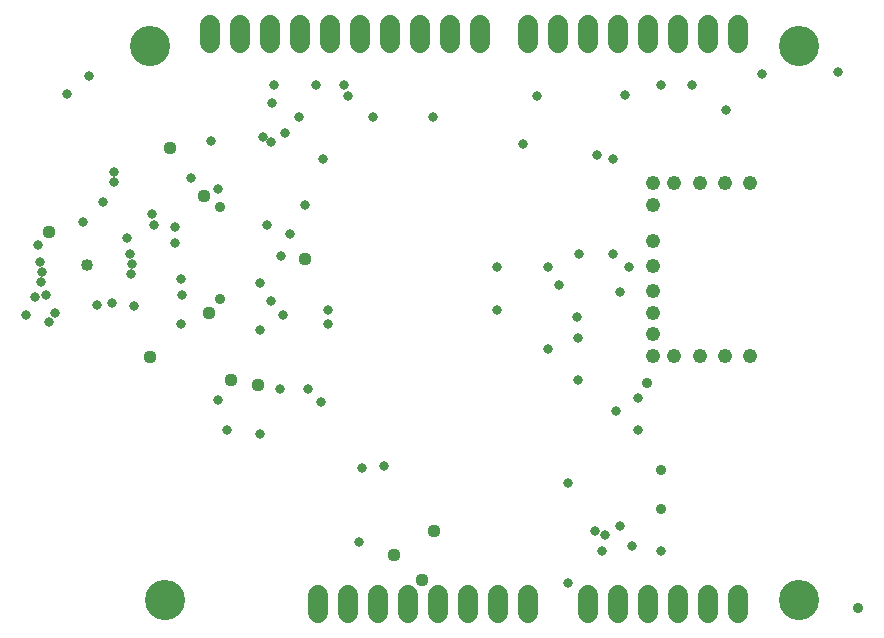
<source format=gbs>
G75*
%MOIN*%
%OFA0B0*%
%FSLAX25Y25*%
%IPPOS*%
%LPD*%
%AMOC8*
5,1,8,0,0,1.08239X$1,22.5*
%
%ADD10C,0.06737*%
%ADD11C,0.13398*%
%ADD12C,0.03200*%
%ADD13C,0.04000*%
%ADD14C,0.04400*%
%ADD15C,0.04762*%
%ADD16C,0.03600*%
D10*
X0137048Y0023231D02*
X0137048Y0029169D01*
X0147048Y0029169D02*
X0147048Y0023231D01*
X0157048Y0023231D02*
X0157048Y0029169D01*
X0167048Y0029169D02*
X0167048Y0023231D01*
X0177048Y0023231D02*
X0177048Y0029169D01*
X0187048Y0029169D02*
X0187048Y0023231D01*
X0197048Y0023231D02*
X0197048Y0029169D01*
X0207048Y0029169D02*
X0207048Y0023231D01*
X0227048Y0023231D02*
X0227048Y0029169D01*
X0237048Y0029169D02*
X0237048Y0023231D01*
X0247048Y0023231D02*
X0247048Y0029169D01*
X0257048Y0029169D02*
X0257048Y0023231D01*
X0267048Y0023231D02*
X0267048Y0029169D01*
X0277048Y0029169D02*
X0277048Y0023231D01*
X0277048Y0213231D02*
X0277048Y0219169D01*
X0267048Y0219169D02*
X0267048Y0213231D01*
X0257048Y0213231D02*
X0257048Y0219169D01*
X0247048Y0219169D02*
X0247048Y0213231D01*
X0237048Y0213231D02*
X0237048Y0219169D01*
X0227048Y0219169D02*
X0227048Y0213231D01*
X0217048Y0213231D02*
X0217048Y0219169D01*
X0207048Y0219169D02*
X0207048Y0213231D01*
X0191048Y0213231D02*
X0191048Y0219169D01*
X0181048Y0219169D02*
X0181048Y0213231D01*
X0171048Y0213231D02*
X0171048Y0219169D01*
X0161048Y0219169D02*
X0161048Y0213231D01*
X0151048Y0213231D02*
X0151048Y0219169D01*
X0141048Y0219169D02*
X0141048Y0213231D01*
X0131048Y0213231D02*
X0131048Y0219169D01*
X0121048Y0219169D02*
X0121048Y0213231D01*
X0111048Y0213231D02*
X0111048Y0219169D01*
X0101048Y0219169D02*
X0101048Y0213231D01*
D11*
X0085898Y0027300D03*
X0297348Y0027300D03*
X0297348Y0212100D03*
X0081098Y0212100D03*
D12*
X0060648Y0202200D03*
X0053448Y0196200D03*
X0069071Y0170181D03*
X0069048Y0166800D03*
X0065448Y0160200D03*
X0058848Y0153600D03*
X0073248Y0148200D03*
X0074448Y0142800D03*
X0074982Y0139355D03*
X0074808Y0136200D03*
X0068356Y0126322D03*
X0063249Y0125843D03*
X0075648Y0125400D03*
X0091848Y0129000D03*
X0091248Y0134400D03*
X0089448Y0146400D03*
X0089448Y0151800D03*
X0082248Y0152400D03*
X0081648Y0156000D03*
X0094848Y0168000D03*
X0103848Y0164400D03*
X0120048Y0152400D03*
X0127848Y0149400D03*
X0124848Y0142200D03*
X0117648Y0133200D03*
X0121248Y0127200D03*
X0125448Y0122400D03*
X0117648Y0117600D03*
X0140448Y0119400D03*
X0140448Y0124200D03*
X0133848Y0097800D03*
X0138048Y0093600D03*
X0124248Y0097800D03*
X0103848Y0094200D03*
X0106848Y0084000D03*
X0117648Y0082800D03*
X0151848Y0071400D03*
X0159048Y0072000D03*
X0150648Y0046800D03*
X0220248Y0033000D03*
X0231648Y0043800D03*
X0232848Y0049200D03*
X0229248Y0050400D03*
X0237648Y0052200D03*
X0241848Y0045600D03*
X0251448Y0043800D03*
X0220248Y0066600D03*
X0243648Y0084000D03*
X0236448Y0090600D03*
X0243648Y0094800D03*
X0223848Y0100800D03*
X0213648Y0111000D03*
X0223648Y0114800D03*
X0223448Y0121800D03*
X0217248Y0132600D03*
X0213648Y0138600D03*
X0224161Y0142804D03*
X0235248Y0142800D03*
X0240648Y0138600D03*
X0237648Y0130200D03*
X0196848Y0124200D03*
X0196848Y0138600D03*
X0230014Y0175759D03*
X0235248Y0174600D03*
X0239242Y0195691D03*
X0251448Y0199200D03*
X0261648Y0199200D03*
X0273048Y0190800D03*
X0285048Y0202800D03*
X0310248Y0203400D03*
X0210048Y0195600D03*
X0205248Y0179400D03*
X0175248Y0188400D03*
X0155448Y0188400D03*
X0147040Y0195341D03*
X0145848Y0199200D03*
X0136248Y0199200D03*
X0130848Y0188400D03*
X0126048Y0183000D03*
X0121248Y0180000D03*
X0118848Y0181800D03*
X0101448Y0180600D03*
X0121848Y0193200D03*
X0122448Y0199200D03*
X0138648Y0174600D03*
X0132648Y0159000D03*
X0091248Y0119400D03*
X0049276Y0123006D03*
X0047238Y0120259D03*
X0039648Y0122400D03*
X0042771Y0128569D03*
X0046230Y0129203D03*
X0044555Y0133523D03*
X0045071Y0136731D03*
X0044448Y0139995D03*
X0043848Y0145800D03*
D13*
X0060048Y0139100D03*
D14*
X0047448Y0150000D03*
X0087648Y0178200D03*
X0099048Y0162000D03*
X0132648Y0141000D03*
X0100848Y0123000D03*
X0081048Y0108600D03*
X0108048Y0100800D03*
X0117048Y0099000D03*
X0175848Y0050400D03*
X0162259Y0042600D03*
X0171648Y0034200D03*
D15*
X0248648Y0108800D03*
X0255848Y0108800D03*
X0264248Y0108800D03*
X0272648Y0108800D03*
X0281048Y0108800D03*
X0248648Y0116000D03*
X0248648Y0123200D03*
X0248648Y0130400D03*
X0248648Y0138800D03*
X0248648Y0147200D03*
X0248648Y0159200D03*
X0248648Y0166400D03*
X0255848Y0166400D03*
X0264248Y0166400D03*
X0272648Y0166400D03*
X0281048Y0166400D03*
D16*
X0246798Y0099750D03*
X0251523Y0070875D03*
X0251373Y0057675D03*
X0316981Y0024881D03*
X0104448Y0127800D03*
X0104448Y0158400D03*
M02*

</source>
